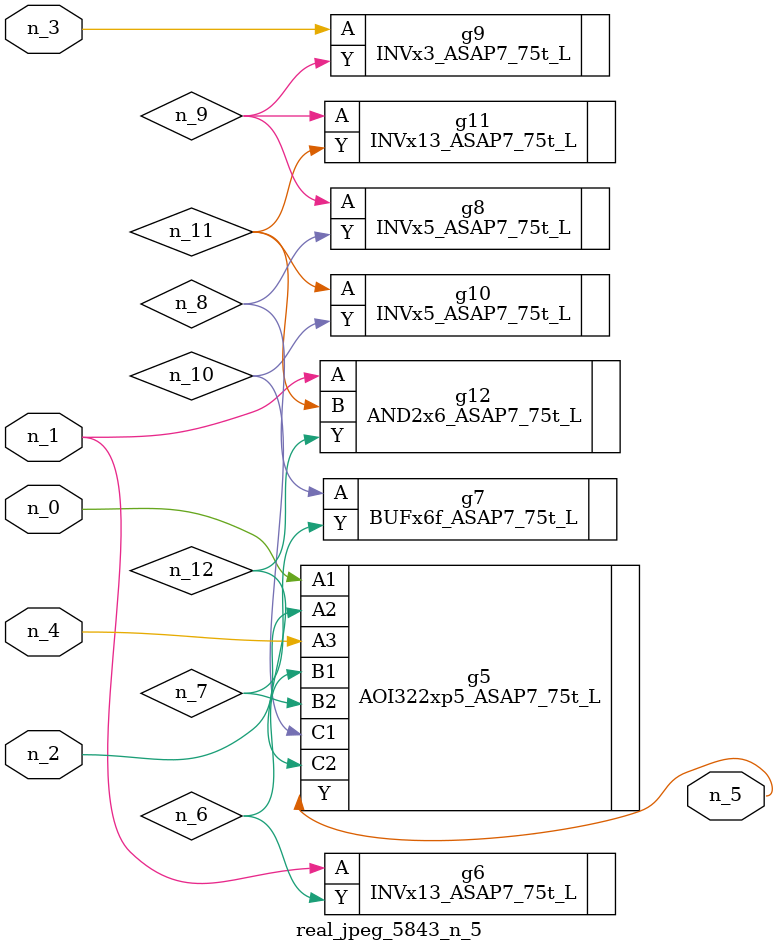
<source format=v>
module real_jpeg_5843_n_5 (n_4, n_0, n_1, n_2, n_3, n_5);

input n_4;
input n_0;
input n_1;
input n_2;
input n_3;

output n_5;

wire n_12;
wire n_8;
wire n_11;
wire n_6;
wire n_7;
wire n_10;
wire n_9;

AOI322xp5_ASAP7_75t_L g5 ( 
.A1(n_0),
.A2(n_2),
.A3(n_4),
.B1(n_6),
.B2(n_7),
.C1(n_10),
.C2(n_12),
.Y(n_5)
);

INVx13_ASAP7_75t_L g6 ( 
.A(n_1),
.Y(n_6)
);

AND2x6_ASAP7_75t_L g12 ( 
.A(n_1),
.B(n_11),
.Y(n_12)
);

INVx3_ASAP7_75t_L g9 ( 
.A(n_3),
.Y(n_9)
);

BUFx6f_ASAP7_75t_L g7 ( 
.A(n_8),
.Y(n_7)
);

INVx5_ASAP7_75t_L g8 ( 
.A(n_9),
.Y(n_8)
);

INVx13_ASAP7_75t_L g11 ( 
.A(n_9),
.Y(n_11)
);

INVx5_ASAP7_75t_L g10 ( 
.A(n_11),
.Y(n_10)
);


endmodule
</source>
